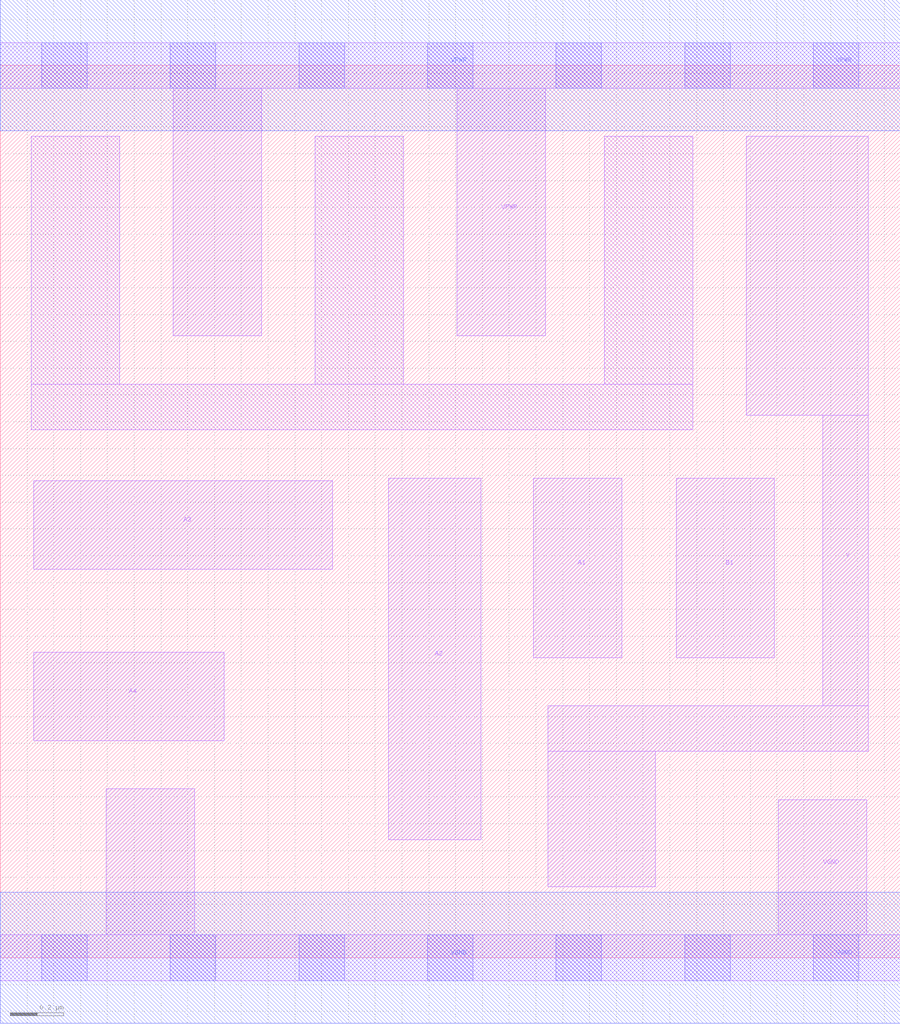
<source format=lef>
# Copyright 2020 The SkyWater PDK Authors
#
# Licensed under the Apache License, Version 2.0 (the "License");
# you may not use this file except in compliance with the License.
# You may obtain a copy of the License at
#
#     https://www.apache.org/licenses/LICENSE-2.0
#
# Unless required by applicable law or agreed to in writing, software
# distributed under the License is distributed on an "AS IS" BASIS,
# WITHOUT WARRANTIES OR CONDITIONS OF ANY KIND, either express or implied.
# See the License for the specific language governing permissions and
# limitations under the License.
#
# SPDX-License-Identifier: Apache-2.0

VERSION 5.7 ;
  NAMESCASESENSITIVE ON ;
  NOWIREEXTENSIONATPIN ON ;
  DIVIDERCHAR "/" ;
  BUSBITCHARS "[]" ;
UNITS
  DATABASE MICRONS 200 ;
END UNITS
MACRO sky130_fd_sc_lp__a41oi_lp
  CLASS CORE ;
  SOURCE USER ;
  FOREIGN sky130_fd_sc_lp__a41oi_lp ;
  ORIGIN  0.000000  0.000000 ;
  SIZE  3.360000 BY  3.330000 ;
  SYMMETRY X Y R90 ;
  SITE unit ;
  PIN A1
    ANTENNAGATEAREA  0.313000 ;
    DIRECTION INPUT ;
    USE SIGNAL ;
    PORT
      LAYER li1 ;
        RECT 1.990000 1.120000 2.320000 1.790000 ;
    END
  END A1
  PIN A2
    ANTENNAGATEAREA  0.313000 ;
    DIRECTION INPUT ;
    USE SIGNAL ;
    PORT
      LAYER li1 ;
        RECT 1.450000 0.440000 1.795000 1.790000 ;
    END
  END A2
  PIN A3
    ANTENNAGATEAREA  0.313000 ;
    DIRECTION INPUT ;
    USE SIGNAL ;
    PORT
      LAYER li1 ;
        RECT 0.125000 1.450000 1.240000 1.780000 ;
    END
  END A3
  PIN A4
    ANTENNAGATEAREA  0.313000 ;
    DIRECTION INPUT ;
    USE SIGNAL ;
    PORT
      LAYER li1 ;
        RECT 0.125000 0.810000 0.835000 1.140000 ;
    END
  END A4
  PIN B1
    ANTENNAGATEAREA  0.376000 ;
    DIRECTION INPUT ;
    USE SIGNAL ;
    PORT
      LAYER li1 ;
        RECT 2.525000 1.120000 2.890000 1.790000 ;
    END
  END B1
  PIN Y
    ANTENNADIFFAREA  0.402600 ;
    DIRECTION OUTPUT ;
    USE SIGNAL ;
    PORT
      LAYER li1 ;
        RECT 2.045000 0.265000 2.445000 0.770000 ;
        RECT 2.045000 0.770000 3.240000 0.940000 ;
        RECT 2.785000 2.025000 3.240000 3.065000 ;
        RECT 3.070000 0.940000 3.240000 2.025000 ;
    END
  END Y
  PIN VGND
    DIRECTION INOUT ;
    USE GROUND ;
    PORT
      LAYER li1 ;
        RECT 0.000000 -0.085000 3.360000 0.085000 ;
        RECT 0.395000  0.085000 0.725000 0.630000 ;
        RECT 2.905000  0.085000 3.235000 0.590000 ;
      LAYER mcon ;
        RECT 0.155000 -0.085000 0.325000 0.085000 ;
        RECT 0.635000 -0.085000 0.805000 0.085000 ;
        RECT 1.115000 -0.085000 1.285000 0.085000 ;
        RECT 1.595000 -0.085000 1.765000 0.085000 ;
        RECT 2.075000 -0.085000 2.245000 0.085000 ;
        RECT 2.555000 -0.085000 2.725000 0.085000 ;
        RECT 3.035000 -0.085000 3.205000 0.085000 ;
      LAYER met1 ;
        RECT 0.000000 -0.245000 3.360000 0.245000 ;
    END
  END VGND
  PIN VPWR
    DIRECTION INOUT ;
    USE POWER ;
    PORT
      LAYER li1 ;
        RECT 0.000000 3.245000 3.360000 3.415000 ;
        RECT 0.645000 2.320000 0.975000 3.245000 ;
        RECT 1.705000 2.320000 2.035000 3.245000 ;
      LAYER mcon ;
        RECT 0.155000 3.245000 0.325000 3.415000 ;
        RECT 0.635000 3.245000 0.805000 3.415000 ;
        RECT 1.115000 3.245000 1.285000 3.415000 ;
        RECT 1.595000 3.245000 1.765000 3.415000 ;
        RECT 2.075000 3.245000 2.245000 3.415000 ;
        RECT 2.555000 3.245000 2.725000 3.415000 ;
        RECT 3.035000 3.245000 3.205000 3.415000 ;
      LAYER met1 ;
        RECT 0.000000 3.085000 3.360000 3.575000 ;
    END
  END VPWR
  OBS
    LAYER li1 ;
      RECT 0.115000 1.970000 2.585000 2.140000 ;
      RECT 0.115000 2.140000 0.445000 3.065000 ;
      RECT 1.175000 2.140000 1.505000 3.065000 ;
      RECT 2.255000 2.140000 2.585000 3.065000 ;
  END
END sky130_fd_sc_lp__a41oi_lp

</source>
